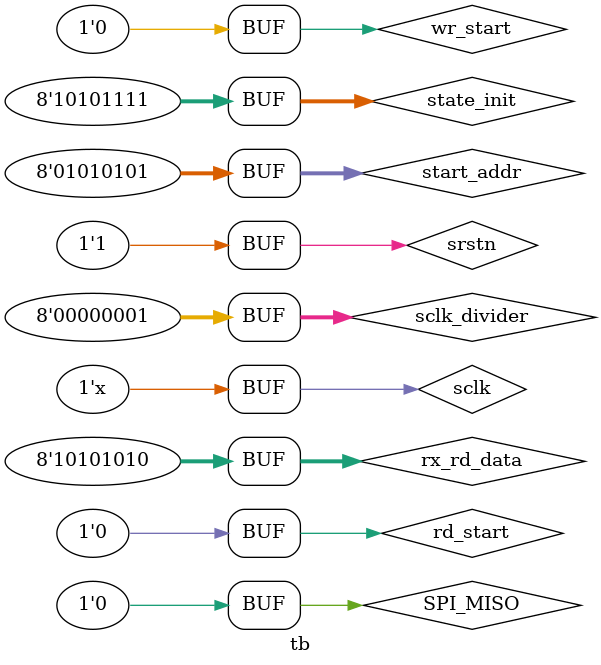
<source format=v>
`timescale 1ns/1ps
module tb();
    reg            sclk              ;    // System Clock.
    reg            srstn             ;    // System Reset. Low Active 
    reg  [ 7 : 0]  sclk_divider      ;    // SPI Clock Control 
    reg            wr_start          ;    // ReRAM Write  Start 
    reg            rd_start          ;    // ReRAM Read   Start  

    wire           wr_finish         ;    // ReRAM Write  Finish 
    wire           rd_finish         ;    // ReRAM Read   Finish

    reg   [ 7 : 0] start_addr        ;    // Write / Read Start Address
    reg   [ 7 : 0] state_init        ; 

    reg   [ 7 : 0] rx_rd_data        ;    // Rx BRAM Read Data
    wire  [ 7 : 0] tx_wr_data        ;    // Tx BRAM Write Data

    wire           SPI_SCLK          ;   // Reram SPI Clock 
    wire           SPI_CSN           ;    // ReRAM SPI Chip Select 
    wire           SPI_MOSI          ;    // ReRAM SPI Master Output 
    reg            SPI_MISO          ;    // ReRAM SPI Master Input
    
  //==============================================================
// initial  value
//==============================================================
    initial begin
    
        sclk         = 1'b0 ;
        SPI_MISO     = 1'b0 ;
        
        srstn        = 1'b0 ;
        rd_start     = 1'b0 ;
        wr_start     = 1'b0 ;
        start_addr   = 8'h0 ;
        rx_rd_data   = 8'h0 ;
        sclk_divider = 8'h0 ;
        #100
        srstn        = 1'b1 ;
        #150
        rx_rd_data   = 8'haa;
        rd_start     = 1'b0 ;
        wr_start     = 1'b1 ;
        start_addr   = 8'h55;
        state_init   = 8'haf;
        sclk_divider = 8'h1 ;
        #200
        rd_start     = 1'b0 ;
        wr_start     = 1'b0 ;
       // $monitor  (" r_tx_bram_wr_data:%h", r_tx_wr_data);
    end
        always #50    sclk     = ~sclk      ; 
    `ifdef COEMU
    //for FWC generation
    initial begin: dump_hw_top
        (* fwc *) $dumpvars  (0, tb);//Dump all ports of an instance 
    end
`endif

endmodule
</source>
